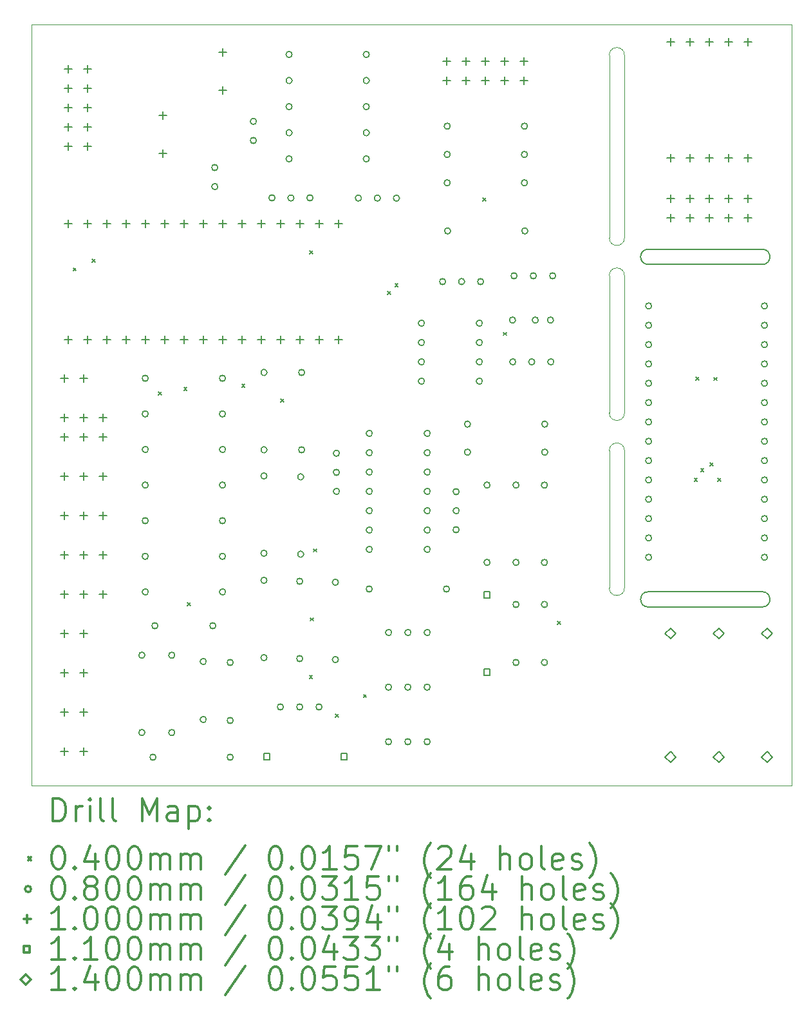
<source format=gbr>
%FSLAX45Y45*%
G04 Gerber Fmt 4.5, Leading zero omitted, Abs format (unit mm)*
G04 Created by KiCad (PCBNEW (5.1.10)-1) date 2022-09-29 16:57:20*
%MOMM*%
%LPD*%
G01*
G04 APERTURE LIST*
%TA.AperFunction,Profile*%
%ADD10C,0.150000*%
%TD*%
%TA.AperFunction,Profile*%
%ADD11C,0.050000*%
%TD*%
%ADD12C,0.200000*%
%ADD13C,0.300000*%
G04 APERTURE END LIST*
D10*
X18215710Y-12252540D02*
X19715710Y-12252540D01*
X18215710Y-12252540D02*
G75*
G02*
X18215710Y-12052540I0J100000D01*
G01*
X19715710Y-12052540D02*
X18215710Y-12052540D01*
X19715710Y-12052540D02*
G75*
G02*
X19715710Y-12252540I0J-100000D01*
G01*
X18215710Y-7752540D02*
X19715710Y-7752540D01*
X19715710Y-7552540D02*
X18215710Y-7552540D01*
X18215710Y-7752540D02*
G75*
G02*
X18215710Y-7552540I0J100000D01*
G01*
X19715710Y-7552540D02*
G75*
G02*
X19715710Y-7752540I0J-100000D01*
G01*
D11*
X17903010Y-12002540D02*
G75*
G02*
X17703010Y-12002540I-100000J0D01*
G01*
X17702976Y-10198198D02*
X17703010Y-12002540D01*
X17902976Y-10198198D02*
X17903010Y-12002540D01*
X17702976Y-10198198D02*
G75*
G02*
X17902976Y-10198198I100000J0D01*
G01*
X17702976Y-7898198D02*
G75*
G02*
X17902976Y-7898198I100000J0D01*
G01*
X17902976Y-7898198D02*
X17903010Y-9702540D01*
X17702976Y-7898198D02*
X17703010Y-9702540D01*
X17903010Y-9702540D02*
G75*
G02*
X17703010Y-9702540I-100000J0D01*
G01*
X17903010Y-7402540D02*
G75*
G02*
X17703010Y-7402540I-100000J0D01*
G01*
X17702976Y-5002540D02*
X17703010Y-7402540D01*
X17903010Y-5002540D02*
X17903010Y-7402540D01*
X17702976Y-5002540D02*
G75*
G02*
X17902976Y-5002540I100000J0D01*
G01*
X10100310Y-14599940D02*
X10100310Y-4599940D01*
X20100310Y-14599940D02*
X10100310Y-14599940D01*
X20100310Y-4599940D02*
X20100310Y-14599940D01*
X10100310Y-4599940D02*
X20100310Y-4599940D01*
D12*
X10651810Y-7798120D02*
X10691810Y-7838120D01*
X10691810Y-7798120D02*
X10651810Y-7838120D01*
X10900730Y-7681280D02*
X10940730Y-7721280D01*
X10940730Y-7681280D02*
X10900730Y-7721280D01*
X11774490Y-9426260D02*
X11814490Y-9466260D01*
X11814490Y-9426260D02*
X11774490Y-9466260D01*
X12107230Y-9370380D02*
X12147230Y-9410380D01*
X12147230Y-9370380D02*
X12107230Y-9410380D01*
X12155490Y-12197400D02*
X12195490Y-12237400D01*
X12195490Y-12197400D02*
X12155490Y-12237400D01*
X12869230Y-9327200D02*
X12909230Y-9367200D01*
X12909230Y-9327200D02*
X12869230Y-9367200D01*
X13382310Y-9520240D02*
X13422310Y-9560240D01*
X13422310Y-9520240D02*
X13382310Y-9560240D01*
X13758230Y-13152440D02*
X13798230Y-13192440D01*
X13798230Y-13152440D02*
X13758230Y-13192440D01*
X13760770Y-7572060D02*
X13800770Y-7612060D01*
X13800770Y-7572060D02*
X13760770Y-7612060D01*
X13773470Y-12395520D02*
X13813470Y-12435520D01*
X13813470Y-12395520D02*
X13773470Y-12435520D01*
X13811570Y-11488740D02*
X13851570Y-11528740D01*
X13851570Y-11488740D02*
X13811570Y-11528740D01*
X14103670Y-13660440D02*
X14143670Y-13700440D01*
X14143670Y-13660440D02*
X14103670Y-13700440D01*
X14469430Y-13401360D02*
X14509430Y-13441360D01*
X14509430Y-13401360D02*
X14469430Y-13441360D01*
X14786930Y-8108000D02*
X14826930Y-8148000D01*
X14826930Y-8108000D02*
X14786930Y-8148000D01*
X14883450Y-8006400D02*
X14923450Y-8046400D01*
X14923450Y-8006400D02*
X14883450Y-8046400D01*
X16039150Y-6876100D02*
X16079150Y-6916100D01*
X16079150Y-6876100D02*
X16039150Y-6916100D01*
X16313470Y-8643940D02*
X16353470Y-8683940D01*
X16353470Y-8643940D02*
X16313470Y-8683940D01*
X17022130Y-12443780D02*
X17062130Y-12483780D01*
X17062130Y-12443780D02*
X17022130Y-12483780D01*
X18820450Y-10564180D02*
X18860450Y-10604180D01*
X18860450Y-10564180D02*
X18820450Y-10604180D01*
X18843310Y-9233220D02*
X18883310Y-9273220D01*
X18883310Y-9233220D02*
X18843310Y-9273220D01*
X18906810Y-10437180D02*
X18946810Y-10477180D01*
X18946810Y-10437180D02*
X18906810Y-10477180D01*
X19031270Y-10355900D02*
X19071270Y-10395900D01*
X19071270Y-10355900D02*
X19031270Y-10395900D01*
X19076990Y-9235760D02*
X19116990Y-9275760D01*
X19116990Y-9235760D02*
X19076990Y-9275760D01*
X19127790Y-10564180D02*
X19167790Y-10604180D01*
X19167790Y-10564180D02*
X19127790Y-10604180D01*
X11594460Y-12886690D02*
G75*
G03*
X11594460Y-12886690I-40000J0D01*
G01*
X11594460Y-13902690D02*
G75*
G03*
X11594460Y-13902690I-40000J0D01*
G01*
X11638910Y-9248140D02*
G75*
G03*
X11638910Y-9248140I-40000J0D01*
G01*
X11638910Y-9715923D02*
G75*
G03*
X11638910Y-9715923I-40000J0D01*
G01*
X11638910Y-10183707D02*
G75*
G03*
X11638910Y-10183707I-40000J0D01*
G01*
X11638910Y-10651490D02*
G75*
G03*
X11638910Y-10651490I-40000J0D01*
G01*
X11638910Y-11119273D02*
G75*
G03*
X11638910Y-11119273I-40000J0D01*
G01*
X11638910Y-11587056D02*
G75*
G03*
X11638910Y-11587056I-40000J0D01*
G01*
X11638910Y-12054840D02*
G75*
G03*
X11638910Y-12054840I-40000J0D01*
G01*
X11740510Y-14226540D02*
G75*
G03*
X11740510Y-14226540I-40000J0D01*
G01*
X11765910Y-12499340D02*
G75*
G03*
X11765910Y-12499340I-40000J0D01*
G01*
X11988160Y-12886690D02*
G75*
G03*
X11988160Y-12886690I-40000J0D01*
G01*
X11988160Y-13902690D02*
G75*
G03*
X11988160Y-13902690I-40000J0D01*
G01*
X12400910Y-12969240D02*
G75*
G03*
X12400910Y-12969240I-40000J0D01*
G01*
X12400910Y-13731240D02*
G75*
G03*
X12400910Y-13731240I-40000J0D01*
G01*
X12527910Y-12499340D02*
G75*
G03*
X12527910Y-12499340I-40000J0D01*
G01*
X12553310Y-6479540D02*
G75*
G03*
X12553310Y-6479540I-40000J0D01*
G01*
X12553310Y-6729540D02*
G75*
G03*
X12553310Y-6729540I-40000J0D01*
G01*
X12654910Y-9248140D02*
G75*
G03*
X12654910Y-9248140I-40000J0D01*
G01*
X12654910Y-9715923D02*
G75*
G03*
X12654910Y-9715923I-40000J0D01*
G01*
X12654910Y-10183707D02*
G75*
G03*
X12654910Y-10183707I-40000J0D01*
G01*
X12654910Y-10651490D02*
G75*
G03*
X12654910Y-10651490I-40000J0D01*
G01*
X12654910Y-11119273D02*
G75*
G03*
X12654910Y-11119273I-40000J0D01*
G01*
X12654910Y-11587056D02*
G75*
G03*
X12654910Y-11587056I-40000J0D01*
G01*
X12654910Y-12054840D02*
G75*
G03*
X12654910Y-12054840I-40000J0D01*
G01*
X12756510Y-12981940D02*
G75*
G03*
X12756510Y-12981940I-40000J0D01*
G01*
X12756510Y-13743940D02*
G75*
G03*
X12756510Y-13743940I-40000J0D01*
G01*
X12756510Y-14226540D02*
G75*
G03*
X12756510Y-14226540I-40000J0D01*
G01*
X13061310Y-5873940D02*
G75*
G03*
X13061310Y-5873940I-40000J0D01*
G01*
X13061310Y-6123940D02*
G75*
G03*
X13061310Y-6123940I-40000J0D01*
G01*
X13201010Y-9171940D02*
G75*
G03*
X13201010Y-9171940I-40000J0D01*
G01*
X13201010Y-10187940D02*
G75*
G03*
X13201010Y-10187940I-40000J0D01*
G01*
X13201010Y-10530840D02*
G75*
G03*
X13201010Y-10530840I-40000J0D01*
G01*
X13201010Y-11546840D02*
G75*
G03*
X13201010Y-11546840I-40000J0D01*
G01*
X13201010Y-11902440D02*
G75*
G03*
X13201010Y-11902440I-40000J0D01*
G01*
X13201010Y-12918440D02*
G75*
G03*
X13201010Y-12918440I-40000J0D01*
G01*
X13305530Y-6878320D02*
G75*
G03*
X13305530Y-6878320I-40000J0D01*
G01*
X13416910Y-13566140D02*
G75*
G03*
X13416910Y-13566140I-40000J0D01*
G01*
X13531210Y-4993640D02*
G75*
G03*
X13531210Y-4993640I-40000J0D01*
G01*
X13531210Y-5336540D02*
G75*
G03*
X13531210Y-5336540I-40000J0D01*
G01*
X13531210Y-5679440D02*
G75*
G03*
X13531210Y-5679440I-40000J0D01*
G01*
X13531210Y-6022340D02*
G75*
G03*
X13531210Y-6022340I-40000J0D01*
G01*
X13531210Y-6365240D02*
G75*
G03*
X13531210Y-6365240I-40000J0D01*
G01*
X13555530Y-6878320D02*
G75*
G03*
X13555530Y-6878320I-40000J0D01*
G01*
X13670910Y-11915140D02*
G75*
G03*
X13670910Y-11915140I-40000J0D01*
G01*
X13670910Y-12931140D02*
G75*
G03*
X13670910Y-12931140I-40000J0D01*
G01*
X13670910Y-13566140D02*
G75*
G03*
X13670910Y-13566140I-40000J0D01*
G01*
X13683610Y-10543540D02*
G75*
G03*
X13683610Y-10543540I-40000J0D01*
G01*
X13683610Y-11559540D02*
G75*
G03*
X13683610Y-11559540I-40000J0D01*
G01*
X13696310Y-9171940D02*
G75*
G03*
X13696310Y-9171940I-40000J0D01*
G01*
X13696310Y-10187940D02*
G75*
G03*
X13696310Y-10187940I-40000J0D01*
G01*
X13805530Y-6878320D02*
G75*
G03*
X13805530Y-6878320I-40000J0D01*
G01*
X13924910Y-13566140D02*
G75*
G03*
X13924910Y-13566140I-40000J0D01*
G01*
X14140810Y-11927840D02*
G75*
G03*
X14140810Y-11927840I-40000J0D01*
G01*
X14140810Y-12943840D02*
G75*
G03*
X14140810Y-12943840I-40000J0D01*
G01*
X14153510Y-10234040D02*
G75*
G03*
X14153510Y-10234040I-40000J0D01*
G01*
X14153510Y-10484040D02*
G75*
G03*
X14153510Y-10484040I-40000J0D01*
G01*
X14153510Y-10734040D02*
G75*
G03*
X14153510Y-10734040I-40000J0D01*
G01*
X14443070Y-6880860D02*
G75*
G03*
X14443070Y-6880860I-40000J0D01*
G01*
X14547210Y-4993640D02*
G75*
G03*
X14547210Y-4993640I-40000J0D01*
G01*
X14547210Y-5336540D02*
G75*
G03*
X14547210Y-5336540I-40000J0D01*
G01*
X14547210Y-5679440D02*
G75*
G03*
X14547210Y-5679440I-40000J0D01*
G01*
X14547210Y-6022340D02*
G75*
G03*
X14547210Y-6022340I-40000J0D01*
G01*
X14547210Y-6365240D02*
G75*
G03*
X14547210Y-6365240I-40000J0D01*
G01*
X14585310Y-9972040D02*
G75*
G03*
X14585310Y-9972040I-40000J0D01*
G01*
X14585310Y-10226040D02*
G75*
G03*
X14585310Y-10226040I-40000J0D01*
G01*
X14585310Y-10480040D02*
G75*
G03*
X14585310Y-10480040I-40000J0D01*
G01*
X14585310Y-10734040D02*
G75*
G03*
X14585310Y-10734040I-40000J0D01*
G01*
X14585310Y-10988040D02*
G75*
G03*
X14585310Y-10988040I-40000J0D01*
G01*
X14585310Y-11242040D02*
G75*
G03*
X14585310Y-11242040I-40000J0D01*
G01*
X14585310Y-11496040D02*
G75*
G03*
X14585310Y-11496040I-40000J0D01*
G01*
X14585310Y-12016740D02*
G75*
G03*
X14585310Y-12016740I-40000J0D01*
G01*
X14693070Y-6880860D02*
G75*
G03*
X14693070Y-6880860I-40000J0D01*
G01*
X14839310Y-12588240D02*
G75*
G03*
X14839310Y-12588240I-40000J0D01*
G01*
X14839310Y-13305790D02*
G75*
G03*
X14839310Y-13305790I-40000J0D01*
G01*
X14839310Y-14023340D02*
G75*
G03*
X14839310Y-14023340I-40000J0D01*
G01*
X14943070Y-6880860D02*
G75*
G03*
X14943070Y-6880860I-40000J0D01*
G01*
X15093310Y-12588240D02*
G75*
G03*
X15093310Y-12588240I-40000J0D01*
G01*
X15093310Y-13305790D02*
G75*
G03*
X15093310Y-13305790I-40000J0D01*
G01*
X15093310Y-14023340D02*
G75*
G03*
X15093310Y-14023340I-40000J0D01*
G01*
X15271110Y-8524240D02*
G75*
G03*
X15271110Y-8524240I-40000J0D01*
G01*
X15271110Y-8778240D02*
G75*
G03*
X15271110Y-8778240I-40000J0D01*
G01*
X15271110Y-9032240D02*
G75*
G03*
X15271110Y-9032240I-40000J0D01*
G01*
X15271110Y-9286240D02*
G75*
G03*
X15271110Y-9286240I-40000J0D01*
G01*
X15347310Y-9972040D02*
G75*
G03*
X15347310Y-9972040I-40000J0D01*
G01*
X15347310Y-10226040D02*
G75*
G03*
X15347310Y-10226040I-40000J0D01*
G01*
X15347310Y-10480040D02*
G75*
G03*
X15347310Y-10480040I-40000J0D01*
G01*
X15347310Y-10734040D02*
G75*
G03*
X15347310Y-10734040I-40000J0D01*
G01*
X15347310Y-10988040D02*
G75*
G03*
X15347310Y-10988040I-40000J0D01*
G01*
X15347310Y-11242040D02*
G75*
G03*
X15347310Y-11242040I-40000J0D01*
G01*
X15347310Y-11496040D02*
G75*
G03*
X15347310Y-11496040I-40000J0D01*
G01*
X15347310Y-12588240D02*
G75*
G03*
X15347310Y-12588240I-40000J0D01*
G01*
X15347310Y-13305790D02*
G75*
G03*
X15347310Y-13305790I-40000J0D01*
G01*
X15347310Y-14023340D02*
G75*
G03*
X15347310Y-14023340I-40000J0D01*
G01*
X15550510Y-7978140D02*
G75*
G03*
X15550510Y-7978140I-40000J0D01*
G01*
X15601310Y-12016740D02*
G75*
G03*
X15601310Y-12016740I-40000J0D01*
G01*
X15611470Y-5935980D02*
G75*
G03*
X15611470Y-5935980I-40000J0D01*
G01*
X15611470Y-6308090D02*
G75*
G03*
X15611470Y-6308090I-40000J0D01*
G01*
X15611470Y-6680200D02*
G75*
G03*
X15611470Y-6680200I-40000J0D01*
G01*
X15616550Y-7312660D02*
G75*
G03*
X15616550Y-7312660I-40000J0D01*
G01*
X15728310Y-10738040D02*
G75*
G03*
X15728310Y-10738040I-40000J0D01*
G01*
X15728310Y-10988040D02*
G75*
G03*
X15728310Y-10988040I-40000J0D01*
G01*
X15728310Y-11238040D02*
G75*
G03*
X15728310Y-11238040I-40000J0D01*
G01*
X15800510Y-7978140D02*
G75*
G03*
X15800510Y-7978140I-40000J0D01*
G01*
X15878170Y-9850120D02*
G75*
G03*
X15878170Y-9850120I-40000J0D01*
G01*
X15878170Y-10218420D02*
G75*
G03*
X15878170Y-10218420I-40000J0D01*
G01*
X16033110Y-8524240D02*
G75*
G03*
X16033110Y-8524240I-40000J0D01*
G01*
X16033110Y-8778240D02*
G75*
G03*
X16033110Y-8778240I-40000J0D01*
G01*
X16033110Y-9032240D02*
G75*
G03*
X16033110Y-9032240I-40000J0D01*
G01*
X16033110Y-9286240D02*
G75*
G03*
X16033110Y-9286240I-40000J0D01*
G01*
X16050510Y-7978140D02*
G75*
G03*
X16050510Y-7978140I-40000J0D01*
G01*
X16134710Y-10651490D02*
G75*
G03*
X16134710Y-10651490I-40000J0D01*
G01*
X16134710Y-11667490D02*
G75*
G03*
X16134710Y-11667490I-40000J0D01*
G01*
X16469710Y-8483740D02*
G75*
G03*
X16469710Y-8483740I-40000J0D01*
G01*
X16472910Y-9032240D02*
G75*
G03*
X16472910Y-9032240I-40000J0D01*
G01*
X16490310Y-7901940D02*
G75*
G03*
X16490310Y-7901940I-40000J0D01*
G01*
X16515710Y-10651490D02*
G75*
G03*
X16515710Y-10651490I-40000J0D01*
G01*
X16515710Y-11667490D02*
G75*
G03*
X16515710Y-11667490I-40000J0D01*
G01*
X16515710Y-12219940D02*
G75*
G03*
X16515710Y-12219940I-40000J0D01*
G01*
X16515710Y-12981940D02*
G75*
G03*
X16515710Y-12981940I-40000J0D01*
G01*
X16627470Y-5935980D02*
G75*
G03*
X16627470Y-5935980I-40000J0D01*
G01*
X16627470Y-6308090D02*
G75*
G03*
X16627470Y-6308090I-40000J0D01*
G01*
X16627470Y-6680200D02*
G75*
G03*
X16627470Y-6680200I-40000J0D01*
G01*
X16632550Y-7312660D02*
G75*
G03*
X16632550Y-7312660I-40000J0D01*
G01*
X16722910Y-9032240D02*
G75*
G03*
X16722910Y-9032240I-40000J0D01*
G01*
X16744310Y-7901940D02*
G75*
G03*
X16744310Y-7901940I-40000J0D01*
G01*
X16769710Y-8483740D02*
G75*
G03*
X16769710Y-8483740I-40000J0D01*
G01*
X16890360Y-10651490D02*
G75*
G03*
X16890360Y-10651490I-40000J0D01*
G01*
X16890360Y-11667490D02*
G75*
G03*
X16890360Y-11667490I-40000J0D01*
G01*
X16890360Y-12219940D02*
G75*
G03*
X16890360Y-12219940I-40000J0D01*
G01*
X16890360Y-12981940D02*
G75*
G03*
X16890360Y-12981940I-40000J0D01*
G01*
X16894170Y-9850120D02*
G75*
G03*
X16894170Y-9850120I-40000J0D01*
G01*
X16894170Y-10218420D02*
G75*
G03*
X16894170Y-10218420I-40000J0D01*
G01*
X16969710Y-8483740D02*
G75*
G03*
X16969710Y-8483740I-40000J0D01*
G01*
X16972910Y-9032240D02*
G75*
G03*
X16972910Y-9032240I-40000J0D01*
G01*
X16998310Y-7901940D02*
G75*
G03*
X16998310Y-7901940I-40000J0D01*
G01*
X18260690Y-8298180D02*
G75*
G03*
X18260690Y-8298180I-40000J0D01*
G01*
X18260690Y-8552180D02*
G75*
G03*
X18260690Y-8552180I-40000J0D01*
G01*
X18260690Y-8806180D02*
G75*
G03*
X18260690Y-8806180I-40000J0D01*
G01*
X18260690Y-9060180D02*
G75*
G03*
X18260690Y-9060180I-40000J0D01*
G01*
X18260690Y-9314180D02*
G75*
G03*
X18260690Y-9314180I-40000J0D01*
G01*
X18260690Y-9568180D02*
G75*
G03*
X18260690Y-9568180I-40000J0D01*
G01*
X18260690Y-9822180D02*
G75*
G03*
X18260690Y-9822180I-40000J0D01*
G01*
X18260690Y-10076180D02*
G75*
G03*
X18260690Y-10076180I-40000J0D01*
G01*
X18260690Y-10330180D02*
G75*
G03*
X18260690Y-10330180I-40000J0D01*
G01*
X18260690Y-10584180D02*
G75*
G03*
X18260690Y-10584180I-40000J0D01*
G01*
X18260690Y-10838180D02*
G75*
G03*
X18260690Y-10838180I-40000J0D01*
G01*
X18260690Y-11092180D02*
G75*
G03*
X18260690Y-11092180I-40000J0D01*
G01*
X18260690Y-11346180D02*
G75*
G03*
X18260690Y-11346180I-40000J0D01*
G01*
X18260690Y-11600180D02*
G75*
G03*
X18260690Y-11600180I-40000J0D01*
G01*
X19784690Y-8298180D02*
G75*
G03*
X19784690Y-8298180I-40000J0D01*
G01*
X19784690Y-8552180D02*
G75*
G03*
X19784690Y-8552180I-40000J0D01*
G01*
X19784690Y-8806180D02*
G75*
G03*
X19784690Y-8806180I-40000J0D01*
G01*
X19784690Y-9060180D02*
G75*
G03*
X19784690Y-9060180I-40000J0D01*
G01*
X19784690Y-9314180D02*
G75*
G03*
X19784690Y-9314180I-40000J0D01*
G01*
X19784690Y-9568180D02*
G75*
G03*
X19784690Y-9568180I-40000J0D01*
G01*
X19784690Y-9822180D02*
G75*
G03*
X19784690Y-9822180I-40000J0D01*
G01*
X19784690Y-10076180D02*
G75*
G03*
X19784690Y-10076180I-40000J0D01*
G01*
X19784690Y-10330180D02*
G75*
G03*
X19784690Y-10330180I-40000J0D01*
G01*
X19784690Y-10584180D02*
G75*
G03*
X19784690Y-10584180I-40000J0D01*
G01*
X19784690Y-10838180D02*
G75*
G03*
X19784690Y-10838180I-40000J0D01*
G01*
X19784690Y-11092180D02*
G75*
G03*
X19784690Y-11092180I-40000J0D01*
G01*
X19784690Y-11346180D02*
G75*
G03*
X19784690Y-11346180I-40000J0D01*
G01*
X19784690Y-11600180D02*
G75*
G03*
X19784690Y-11600180I-40000J0D01*
G01*
X10532110Y-9198140D02*
X10532110Y-9298140D01*
X10482110Y-9248140D02*
X10582110Y-9248140D01*
X10532110Y-9715496D02*
X10532110Y-9815496D01*
X10482110Y-9765496D02*
X10582110Y-9765496D01*
X10532110Y-9969496D02*
X10532110Y-10069496D01*
X10482110Y-10019496D02*
X10582110Y-10019496D01*
X10532110Y-10485851D02*
X10532110Y-10585851D01*
X10482110Y-10535851D02*
X10582110Y-10535851D01*
X10532110Y-11002207D02*
X10532110Y-11102207D01*
X10482110Y-11052207D02*
X10582110Y-11052207D01*
X10532110Y-11518562D02*
X10532110Y-11618562D01*
X10482110Y-11568562D02*
X10582110Y-11568562D01*
X10532110Y-12034917D02*
X10532110Y-12134917D01*
X10482110Y-12084917D02*
X10582110Y-12084917D01*
X10532110Y-12551273D02*
X10532110Y-12651273D01*
X10482110Y-12601273D02*
X10582110Y-12601273D01*
X10532110Y-13067628D02*
X10532110Y-13167628D01*
X10482110Y-13117628D02*
X10582110Y-13117628D01*
X10532110Y-13583984D02*
X10532110Y-13683984D01*
X10482110Y-13633984D02*
X10582110Y-13633984D01*
X10532110Y-14100340D02*
X10532110Y-14200340D01*
X10482110Y-14150340D02*
X10582110Y-14150340D01*
X10582910Y-5134140D02*
X10582910Y-5234140D01*
X10532910Y-5184140D02*
X10632910Y-5184140D01*
X10582910Y-5388140D02*
X10582910Y-5488140D01*
X10532910Y-5438140D02*
X10632910Y-5438140D01*
X10582910Y-5642140D02*
X10582910Y-5742140D01*
X10532910Y-5692140D02*
X10632910Y-5692140D01*
X10582910Y-5896140D02*
X10582910Y-5996140D01*
X10532910Y-5946140D02*
X10632910Y-5946140D01*
X10582910Y-6150140D02*
X10582910Y-6250140D01*
X10532910Y-6200140D02*
X10632910Y-6200140D01*
X10582910Y-7166140D02*
X10582910Y-7266140D01*
X10532910Y-7216140D02*
X10632910Y-7216140D01*
X10582910Y-8690140D02*
X10582910Y-8790140D01*
X10532910Y-8740140D02*
X10632910Y-8740140D01*
X10786110Y-9198140D02*
X10786110Y-9298140D01*
X10736110Y-9248140D02*
X10836110Y-9248140D01*
X10786110Y-9715496D02*
X10786110Y-9815496D01*
X10736110Y-9765496D02*
X10836110Y-9765496D01*
X10786110Y-9969496D02*
X10786110Y-10069496D01*
X10736110Y-10019496D02*
X10836110Y-10019496D01*
X10786110Y-10485851D02*
X10786110Y-10585851D01*
X10736110Y-10535851D02*
X10836110Y-10535851D01*
X10786110Y-11002207D02*
X10786110Y-11102207D01*
X10736110Y-11052207D02*
X10836110Y-11052207D01*
X10786110Y-11518562D02*
X10786110Y-11618562D01*
X10736110Y-11568562D02*
X10836110Y-11568562D01*
X10786110Y-12034917D02*
X10786110Y-12134917D01*
X10736110Y-12084917D02*
X10836110Y-12084917D01*
X10786110Y-12551273D02*
X10786110Y-12651273D01*
X10736110Y-12601273D02*
X10836110Y-12601273D01*
X10786110Y-13067628D02*
X10786110Y-13167628D01*
X10736110Y-13117628D02*
X10836110Y-13117628D01*
X10786110Y-13583984D02*
X10786110Y-13683984D01*
X10736110Y-13633984D02*
X10836110Y-13633984D01*
X10786110Y-14100340D02*
X10786110Y-14200340D01*
X10736110Y-14150340D02*
X10836110Y-14150340D01*
X10836910Y-5134140D02*
X10836910Y-5234140D01*
X10786910Y-5184140D02*
X10886910Y-5184140D01*
X10836910Y-5388140D02*
X10836910Y-5488140D01*
X10786910Y-5438140D02*
X10886910Y-5438140D01*
X10836910Y-5642140D02*
X10836910Y-5742140D01*
X10786910Y-5692140D02*
X10886910Y-5692140D01*
X10836910Y-5896140D02*
X10836910Y-5996140D01*
X10786910Y-5946140D02*
X10886910Y-5946140D01*
X10836910Y-6150140D02*
X10836910Y-6250140D01*
X10786910Y-6200140D02*
X10886910Y-6200140D01*
X10836910Y-7166140D02*
X10836910Y-7266140D01*
X10786910Y-7216140D02*
X10886910Y-7216140D01*
X10836910Y-8690140D02*
X10836910Y-8790140D01*
X10786910Y-8740140D02*
X10886910Y-8740140D01*
X11040110Y-9715496D02*
X11040110Y-9815496D01*
X10990110Y-9765496D02*
X11090110Y-9765496D01*
X11040110Y-9969496D02*
X11040110Y-10069496D01*
X10990110Y-10019496D02*
X11090110Y-10019496D01*
X11040110Y-10485851D02*
X11040110Y-10585851D01*
X10990110Y-10535851D02*
X11090110Y-10535851D01*
X11040110Y-11002207D02*
X11040110Y-11102207D01*
X10990110Y-11052207D02*
X11090110Y-11052207D01*
X11040110Y-11518562D02*
X11040110Y-11618562D01*
X10990110Y-11568562D02*
X11090110Y-11568562D01*
X11040110Y-12034917D02*
X11040110Y-12134917D01*
X10990110Y-12084917D02*
X11090110Y-12084917D01*
X11090910Y-7166140D02*
X11090910Y-7266140D01*
X11040910Y-7216140D02*
X11140910Y-7216140D01*
X11090910Y-8690140D02*
X11090910Y-8790140D01*
X11040910Y-8740140D02*
X11140910Y-8740140D01*
X11344910Y-7166140D02*
X11344910Y-7266140D01*
X11294910Y-7216140D02*
X11394910Y-7216140D01*
X11344910Y-8690140D02*
X11344910Y-8790140D01*
X11294910Y-8740140D02*
X11394910Y-8740140D01*
X11598910Y-7166140D02*
X11598910Y-7266140D01*
X11548910Y-7216140D02*
X11648910Y-7216140D01*
X11598910Y-8690140D02*
X11598910Y-8790140D01*
X11548910Y-8740140D02*
X11648910Y-8740140D01*
X11827510Y-5743740D02*
X11827510Y-5843740D01*
X11777510Y-5793740D02*
X11877510Y-5793740D01*
X11827510Y-6243740D02*
X11827510Y-6343740D01*
X11777510Y-6293740D02*
X11877510Y-6293740D01*
X11852910Y-7166140D02*
X11852910Y-7266140D01*
X11802910Y-7216140D02*
X11902910Y-7216140D01*
X11852910Y-8690140D02*
X11852910Y-8790140D01*
X11802910Y-8740140D02*
X11902910Y-8740140D01*
X12106910Y-7166140D02*
X12106910Y-7266140D01*
X12056910Y-7216140D02*
X12156910Y-7216140D01*
X12106910Y-8690140D02*
X12106910Y-8790140D01*
X12056910Y-8740140D02*
X12156910Y-8740140D01*
X12360910Y-7166140D02*
X12360910Y-7266140D01*
X12310910Y-7216140D02*
X12410910Y-7216140D01*
X12360910Y-8690140D02*
X12360910Y-8790140D01*
X12310910Y-8740140D02*
X12410910Y-8740140D01*
X12614910Y-4913540D02*
X12614910Y-5013540D01*
X12564910Y-4963540D02*
X12664910Y-4963540D01*
X12614910Y-5413540D02*
X12614910Y-5513540D01*
X12564910Y-5463540D02*
X12664910Y-5463540D01*
X12614910Y-7166140D02*
X12614910Y-7266140D01*
X12564910Y-7216140D02*
X12664910Y-7216140D01*
X12614910Y-8690140D02*
X12614910Y-8790140D01*
X12564910Y-8740140D02*
X12664910Y-8740140D01*
X12868910Y-7166140D02*
X12868910Y-7266140D01*
X12818910Y-7216140D02*
X12918910Y-7216140D01*
X12868910Y-8690140D02*
X12868910Y-8790140D01*
X12818910Y-8740140D02*
X12918910Y-8740140D01*
X13122910Y-7166140D02*
X13122910Y-7266140D01*
X13072910Y-7216140D02*
X13172910Y-7216140D01*
X13122910Y-8690140D02*
X13122910Y-8790140D01*
X13072910Y-8740140D02*
X13172910Y-8740140D01*
X13376910Y-7166140D02*
X13376910Y-7266140D01*
X13326910Y-7216140D02*
X13426910Y-7216140D01*
X13376910Y-8690140D02*
X13376910Y-8790140D01*
X13326910Y-8740140D02*
X13426910Y-8740140D01*
X13630910Y-7166140D02*
X13630910Y-7266140D01*
X13580910Y-7216140D02*
X13680910Y-7216140D01*
X13630910Y-8690140D02*
X13630910Y-8790140D01*
X13580910Y-8740140D02*
X13680910Y-8740140D01*
X13884910Y-7166140D02*
X13884910Y-7266140D01*
X13834910Y-7216140D02*
X13934910Y-7216140D01*
X13884910Y-8690140D02*
X13884910Y-8790140D01*
X13834910Y-8740140D02*
X13934910Y-8740140D01*
X14138910Y-7166140D02*
X14138910Y-7266140D01*
X14088910Y-7216140D02*
X14188910Y-7216140D01*
X14138910Y-8690140D02*
X14138910Y-8790140D01*
X14088910Y-8740140D02*
X14188910Y-8740140D01*
X15561310Y-5032540D02*
X15561310Y-5132540D01*
X15511310Y-5082540D02*
X15611310Y-5082540D01*
X15561310Y-5286540D02*
X15561310Y-5386540D01*
X15511310Y-5336540D02*
X15611310Y-5336540D01*
X15815310Y-5032540D02*
X15815310Y-5132540D01*
X15765310Y-5082540D02*
X15865310Y-5082540D01*
X15815310Y-5286540D02*
X15815310Y-5386540D01*
X15765310Y-5336540D02*
X15865310Y-5336540D01*
X16069310Y-5032540D02*
X16069310Y-5132540D01*
X16019310Y-5082540D02*
X16119310Y-5082540D01*
X16069310Y-5286540D02*
X16069310Y-5386540D01*
X16019310Y-5336540D02*
X16119310Y-5336540D01*
X16323310Y-5032540D02*
X16323310Y-5132540D01*
X16273310Y-5082540D02*
X16373310Y-5082540D01*
X16323310Y-5286540D02*
X16323310Y-5386540D01*
X16273310Y-5336540D02*
X16373310Y-5336540D01*
X16577310Y-5032540D02*
X16577310Y-5132540D01*
X16527310Y-5082540D02*
X16627310Y-5082540D01*
X16577310Y-5286540D02*
X16577310Y-5386540D01*
X16527310Y-5336540D02*
X16627310Y-5336540D01*
X18507710Y-4778540D02*
X18507710Y-4878540D01*
X18457710Y-4828540D02*
X18557710Y-4828540D01*
X18507710Y-6302540D02*
X18507710Y-6402540D01*
X18457710Y-6352540D02*
X18557710Y-6352540D01*
X18507710Y-6835940D02*
X18507710Y-6935940D01*
X18457710Y-6885940D02*
X18557710Y-6885940D01*
X18507710Y-7089940D02*
X18507710Y-7189940D01*
X18457710Y-7139940D02*
X18557710Y-7139940D01*
X18761710Y-4778540D02*
X18761710Y-4878540D01*
X18711710Y-4828540D02*
X18811710Y-4828540D01*
X18761710Y-6302540D02*
X18761710Y-6402540D01*
X18711710Y-6352540D02*
X18811710Y-6352540D01*
X18761710Y-6835940D02*
X18761710Y-6935940D01*
X18711710Y-6885940D02*
X18811710Y-6885940D01*
X18761710Y-7089940D02*
X18761710Y-7189940D01*
X18711710Y-7139940D02*
X18811710Y-7139940D01*
X19015710Y-4778540D02*
X19015710Y-4878540D01*
X18965710Y-4828540D02*
X19065710Y-4828540D01*
X19015710Y-6302540D02*
X19015710Y-6402540D01*
X18965710Y-6352540D02*
X19065710Y-6352540D01*
X19015710Y-6835940D02*
X19015710Y-6935940D01*
X18965710Y-6885940D02*
X19065710Y-6885940D01*
X19015710Y-7089940D02*
X19015710Y-7189940D01*
X18965710Y-7139940D02*
X19065710Y-7139940D01*
X19269710Y-4778540D02*
X19269710Y-4878540D01*
X19219710Y-4828540D02*
X19319710Y-4828540D01*
X19269710Y-6302540D02*
X19269710Y-6402540D01*
X19219710Y-6352540D02*
X19319710Y-6352540D01*
X19269710Y-6835940D02*
X19269710Y-6935940D01*
X19219710Y-6885940D02*
X19319710Y-6885940D01*
X19269710Y-7089940D02*
X19269710Y-7189940D01*
X19219710Y-7139940D02*
X19319710Y-7139940D01*
X19523710Y-4778540D02*
X19523710Y-4878540D01*
X19473710Y-4828540D02*
X19573710Y-4828540D01*
X19523710Y-6302540D02*
X19523710Y-6402540D01*
X19473710Y-6352540D02*
X19573710Y-6352540D01*
X19523710Y-6835940D02*
X19523710Y-6935940D01*
X19473710Y-6885940D02*
X19573710Y-6885940D01*
X19523710Y-7089940D02*
X19523710Y-7189940D01*
X19473710Y-7139940D02*
X19573710Y-7139940D01*
X13238001Y-14257811D02*
X13238001Y-14180029D01*
X13160219Y-14180029D01*
X13160219Y-14257811D01*
X13238001Y-14257811D01*
X14254001Y-14257811D02*
X14254001Y-14180029D01*
X14176219Y-14180029D01*
X14176219Y-14257811D01*
X14254001Y-14257811D01*
X16133601Y-12131831D02*
X16133601Y-12054049D01*
X16055819Y-12054049D01*
X16055819Y-12131831D01*
X16133601Y-12131831D01*
X16133601Y-13147831D02*
X16133601Y-13070049D01*
X16055819Y-13070049D01*
X16055819Y-13147831D01*
X16133601Y-13147831D01*
X18507710Y-12670940D02*
X18577710Y-12600940D01*
X18507710Y-12530940D01*
X18437710Y-12600940D01*
X18507710Y-12670940D01*
X18507710Y-14293940D02*
X18577710Y-14223940D01*
X18507710Y-14153940D01*
X18437710Y-14223940D01*
X18507710Y-14293940D01*
X19142710Y-12670940D02*
X19212710Y-12600940D01*
X19142710Y-12530940D01*
X19072710Y-12600940D01*
X19142710Y-12670940D01*
X19142710Y-14293940D02*
X19212710Y-14223940D01*
X19142710Y-14153940D01*
X19072710Y-14223940D01*
X19142710Y-14293940D01*
X19777710Y-12670940D02*
X19847710Y-12600940D01*
X19777710Y-12530940D01*
X19707710Y-12600940D01*
X19777710Y-12670940D01*
X19777710Y-14293940D02*
X19847710Y-14223940D01*
X19777710Y-14153940D01*
X19707710Y-14223940D01*
X19777710Y-14293940D01*
D13*
X10384238Y-15068154D02*
X10384238Y-14768154D01*
X10455667Y-14768154D01*
X10498524Y-14782440D01*
X10527096Y-14811011D01*
X10541381Y-14839583D01*
X10555667Y-14896726D01*
X10555667Y-14939583D01*
X10541381Y-14996726D01*
X10527096Y-15025297D01*
X10498524Y-15053869D01*
X10455667Y-15068154D01*
X10384238Y-15068154D01*
X10684238Y-15068154D02*
X10684238Y-14868154D01*
X10684238Y-14925297D02*
X10698524Y-14896726D01*
X10712810Y-14882440D01*
X10741381Y-14868154D01*
X10769953Y-14868154D01*
X10869953Y-15068154D02*
X10869953Y-14868154D01*
X10869953Y-14768154D02*
X10855667Y-14782440D01*
X10869953Y-14796726D01*
X10884238Y-14782440D01*
X10869953Y-14768154D01*
X10869953Y-14796726D01*
X11055667Y-15068154D02*
X11027096Y-15053869D01*
X11012810Y-15025297D01*
X11012810Y-14768154D01*
X11212810Y-15068154D02*
X11184238Y-15053869D01*
X11169953Y-15025297D01*
X11169953Y-14768154D01*
X11555667Y-15068154D02*
X11555667Y-14768154D01*
X11655667Y-14982440D01*
X11755667Y-14768154D01*
X11755667Y-15068154D01*
X12027096Y-15068154D02*
X12027096Y-14911011D01*
X12012810Y-14882440D01*
X11984238Y-14868154D01*
X11927096Y-14868154D01*
X11898524Y-14882440D01*
X12027096Y-15053869D02*
X11998524Y-15068154D01*
X11927096Y-15068154D01*
X11898524Y-15053869D01*
X11884238Y-15025297D01*
X11884238Y-14996726D01*
X11898524Y-14968154D01*
X11927096Y-14953869D01*
X11998524Y-14953869D01*
X12027096Y-14939583D01*
X12169953Y-14868154D02*
X12169953Y-15168154D01*
X12169953Y-14882440D02*
X12198524Y-14868154D01*
X12255667Y-14868154D01*
X12284238Y-14882440D01*
X12298524Y-14896726D01*
X12312810Y-14925297D01*
X12312810Y-15011011D01*
X12298524Y-15039583D01*
X12284238Y-15053869D01*
X12255667Y-15068154D01*
X12198524Y-15068154D01*
X12169953Y-15053869D01*
X12441381Y-15039583D02*
X12455667Y-15053869D01*
X12441381Y-15068154D01*
X12427096Y-15053869D01*
X12441381Y-15039583D01*
X12441381Y-15068154D01*
X12441381Y-14882440D02*
X12455667Y-14896726D01*
X12441381Y-14911011D01*
X12427096Y-14896726D01*
X12441381Y-14882440D01*
X12441381Y-14911011D01*
X10057810Y-15542440D02*
X10097810Y-15582440D01*
X10097810Y-15542440D02*
X10057810Y-15582440D01*
X10441381Y-15398154D02*
X10469953Y-15398154D01*
X10498524Y-15412440D01*
X10512810Y-15426726D01*
X10527096Y-15455297D01*
X10541381Y-15512440D01*
X10541381Y-15583869D01*
X10527096Y-15641011D01*
X10512810Y-15669583D01*
X10498524Y-15683869D01*
X10469953Y-15698154D01*
X10441381Y-15698154D01*
X10412810Y-15683869D01*
X10398524Y-15669583D01*
X10384238Y-15641011D01*
X10369953Y-15583869D01*
X10369953Y-15512440D01*
X10384238Y-15455297D01*
X10398524Y-15426726D01*
X10412810Y-15412440D01*
X10441381Y-15398154D01*
X10669953Y-15669583D02*
X10684238Y-15683869D01*
X10669953Y-15698154D01*
X10655667Y-15683869D01*
X10669953Y-15669583D01*
X10669953Y-15698154D01*
X10941381Y-15498154D02*
X10941381Y-15698154D01*
X10869953Y-15383869D02*
X10798524Y-15598154D01*
X10984238Y-15598154D01*
X11155667Y-15398154D02*
X11184238Y-15398154D01*
X11212810Y-15412440D01*
X11227096Y-15426726D01*
X11241381Y-15455297D01*
X11255667Y-15512440D01*
X11255667Y-15583869D01*
X11241381Y-15641011D01*
X11227096Y-15669583D01*
X11212810Y-15683869D01*
X11184238Y-15698154D01*
X11155667Y-15698154D01*
X11127096Y-15683869D01*
X11112810Y-15669583D01*
X11098524Y-15641011D01*
X11084238Y-15583869D01*
X11084238Y-15512440D01*
X11098524Y-15455297D01*
X11112810Y-15426726D01*
X11127096Y-15412440D01*
X11155667Y-15398154D01*
X11441381Y-15398154D02*
X11469953Y-15398154D01*
X11498524Y-15412440D01*
X11512810Y-15426726D01*
X11527096Y-15455297D01*
X11541381Y-15512440D01*
X11541381Y-15583869D01*
X11527096Y-15641011D01*
X11512810Y-15669583D01*
X11498524Y-15683869D01*
X11469953Y-15698154D01*
X11441381Y-15698154D01*
X11412810Y-15683869D01*
X11398524Y-15669583D01*
X11384238Y-15641011D01*
X11369953Y-15583869D01*
X11369953Y-15512440D01*
X11384238Y-15455297D01*
X11398524Y-15426726D01*
X11412810Y-15412440D01*
X11441381Y-15398154D01*
X11669953Y-15698154D02*
X11669953Y-15498154D01*
X11669953Y-15526726D02*
X11684238Y-15512440D01*
X11712810Y-15498154D01*
X11755667Y-15498154D01*
X11784238Y-15512440D01*
X11798524Y-15541011D01*
X11798524Y-15698154D01*
X11798524Y-15541011D02*
X11812810Y-15512440D01*
X11841381Y-15498154D01*
X11884238Y-15498154D01*
X11912810Y-15512440D01*
X11927096Y-15541011D01*
X11927096Y-15698154D01*
X12069953Y-15698154D02*
X12069953Y-15498154D01*
X12069953Y-15526726D02*
X12084238Y-15512440D01*
X12112810Y-15498154D01*
X12155667Y-15498154D01*
X12184238Y-15512440D01*
X12198524Y-15541011D01*
X12198524Y-15698154D01*
X12198524Y-15541011D02*
X12212810Y-15512440D01*
X12241381Y-15498154D01*
X12284238Y-15498154D01*
X12312810Y-15512440D01*
X12327096Y-15541011D01*
X12327096Y-15698154D01*
X12912810Y-15383869D02*
X12655667Y-15769583D01*
X13298524Y-15398154D02*
X13327096Y-15398154D01*
X13355667Y-15412440D01*
X13369953Y-15426726D01*
X13384238Y-15455297D01*
X13398524Y-15512440D01*
X13398524Y-15583869D01*
X13384238Y-15641011D01*
X13369953Y-15669583D01*
X13355667Y-15683869D01*
X13327096Y-15698154D01*
X13298524Y-15698154D01*
X13269953Y-15683869D01*
X13255667Y-15669583D01*
X13241381Y-15641011D01*
X13227096Y-15583869D01*
X13227096Y-15512440D01*
X13241381Y-15455297D01*
X13255667Y-15426726D01*
X13269953Y-15412440D01*
X13298524Y-15398154D01*
X13527096Y-15669583D02*
X13541381Y-15683869D01*
X13527096Y-15698154D01*
X13512810Y-15683869D01*
X13527096Y-15669583D01*
X13527096Y-15698154D01*
X13727096Y-15398154D02*
X13755667Y-15398154D01*
X13784238Y-15412440D01*
X13798524Y-15426726D01*
X13812810Y-15455297D01*
X13827096Y-15512440D01*
X13827096Y-15583869D01*
X13812810Y-15641011D01*
X13798524Y-15669583D01*
X13784238Y-15683869D01*
X13755667Y-15698154D01*
X13727096Y-15698154D01*
X13698524Y-15683869D01*
X13684238Y-15669583D01*
X13669953Y-15641011D01*
X13655667Y-15583869D01*
X13655667Y-15512440D01*
X13669953Y-15455297D01*
X13684238Y-15426726D01*
X13698524Y-15412440D01*
X13727096Y-15398154D01*
X14112810Y-15698154D02*
X13941381Y-15698154D01*
X14027096Y-15698154D02*
X14027096Y-15398154D01*
X13998524Y-15441011D01*
X13969953Y-15469583D01*
X13941381Y-15483869D01*
X14384238Y-15398154D02*
X14241381Y-15398154D01*
X14227096Y-15541011D01*
X14241381Y-15526726D01*
X14269953Y-15512440D01*
X14341381Y-15512440D01*
X14369953Y-15526726D01*
X14384238Y-15541011D01*
X14398524Y-15569583D01*
X14398524Y-15641011D01*
X14384238Y-15669583D01*
X14369953Y-15683869D01*
X14341381Y-15698154D01*
X14269953Y-15698154D01*
X14241381Y-15683869D01*
X14227096Y-15669583D01*
X14498524Y-15398154D02*
X14698524Y-15398154D01*
X14569953Y-15698154D01*
X14798524Y-15398154D02*
X14798524Y-15455297D01*
X14912810Y-15398154D02*
X14912810Y-15455297D01*
X15355667Y-15812440D02*
X15341381Y-15798154D01*
X15312810Y-15755297D01*
X15298524Y-15726726D01*
X15284238Y-15683869D01*
X15269953Y-15612440D01*
X15269953Y-15555297D01*
X15284238Y-15483869D01*
X15298524Y-15441011D01*
X15312810Y-15412440D01*
X15341381Y-15369583D01*
X15355667Y-15355297D01*
X15455667Y-15426726D02*
X15469953Y-15412440D01*
X15498524Y-15398154D01*
X15569953Y-15398154D01*
X15598524Y-15412440D01*
X15612810Y-15426726D01*
X15627096Y-15455297D01*
X15627096Y-15483869D01*
X15612810Y-15526726D01*
X15441381Y-15698154D01*
X15627096Y-15698154D01*
X15884238Y-15498154D02*
X15884238Y-15698154D01*
X15812810Y-15383869D02*
X15741381Y-15598154D01*
X15927096Y-15598154D01*
X16269953Y-15698154D02*
X16269953Y-15398154D01*
X16398524Y-15698154D02*
X16398524Y-15541011D01*
X16384238Y-15512440D01*
X16355667Y-15498154D01*
X16312810Y-15498154D01*
X16284238Y-15512440D01*
X16269953Y-15526726D01*
X16584238Y-15698154D02*
X16555667Y-15683869D01*
X16541381Y-15669583D01*
X16527096Y-15641011D01*
X16527096Y-15555297D01*
X16541381Y-15526726D01*
X16555667Y-15512440D01*
X16584238Y-15498154D01*
X16627096Y-15498154D01*
X16655667Y-15512440D01*
X16669953Y-15526726D01*
X16684238Y-15555297D01*
X16684238Y-15641011D01*
X16669953Y-15669583D01*
X16655667Y-15683869D01*
X16627096Y-15698154D01*
X16584238Y-15698154D01*
X16855667Y-15698154D02*
X16827096Y-15683869D01*
X16812810Y-15655297D01*
X16812810Y-15398154D01*
X17084238Y-15683869D02*
X17055667Y-15698154D01*
X16998524Y-15698154D01*
X16969953Y-15683869D01*
X16955667Y-15655297D01*
X16955667Y-15541011D01*
X16969953Y-15512440D01*
X16998524Y-15498154D01*
X17055667Y-15498154D01*
X17084238Y-15512440D01*
X17098524Y-15541011D01*
X17098524Y-15569583D01*
X16955667Y-15598154D01*
X17212810Y-15683869D02*
X17241381Y-15698154D01*
X17298524Y-15698154D01*
X17327096Y-15683869D01*
X17341381Y-15655297D01*
X17341381Y-15641011D01*
X17327096Y-15612440D01*
X17298524Y-15598154D01*
X17255667Y-15598154D01*
X17227096Y-15583869D01*
X17212810Y-15555297D01*
X17212810Y-15541011D01*
X17227096Y-15512440D01*
X17255667Y-15498154D01*
X17298524Y-15498154D01*
X17327096Y-15512440D01*
X17441381Y-15812440D02*
X17455667Y-15798154D01*
X17484238Y-15755297D01*
X17498524Y-15726726D01*
X17512810Y-15683869D01*
X17527096Y-15612440D01*
X17527096Y-15555297D01*
X17512810Y-15483869D01*
X17498524Y-15441011D01*
X17484238Y-15412440D01*
X17455667Y-15369583D01*
X17441381Y-15355297D01*
X10097810Y-15958440D02*
G75*
G03*
X10097810Y-15958440I-40000J0D01*
G01*
X10441381Y-15794154D02*
X10469953Y-15794154D01*
X10498524Y-15808440D01*
X10512810Y-15822726D01*
X10527096Y-15851297D01*
X10541381Y-15908440D01*
X10541381Y-15979869D01*
X10527096Y-16037011D01*
X10512810Y-16065583D01*
X10498524Y-16079869D01*
X10469953Y-16094154D01*
X10441381Y-16094154D01*
X10412810Y-16079869D01*
X10398524Y-16065583D01*
X10384238Y-16037011D01*
X10369953Y-15979869D01*
X10369953Y-15908440D01*
X10384238Y-15851297D01*
X10398524Y-15822726D01*
X10412810Y-15808440D01*
X10441381Y-15794154D01*
X10669953Y-16065583D02*
X10684238Y-16079869D01*
X10669953Y-16094154D01*
X10655667Y-16079869D01*
X10669953Y-16065583D01*
X10669953Y-16094154D01*
X10855667Y-15922726D02*
X10827096Y-15908440D01*
X10812810Y-15894154D01*
X10798524Y-15865583D01*
X10798524Y-15851297D01*
X10812810Y-15822726D01*
X10827096Y-15808440D01*
X10855667Y-15794154D01*
X10912810Y-15794154D01*
X10941381Y-15808440D01*
X10955667Y-15822726D01*
X10969953Y-15851297D01*
X10969953Y-15865583D01*
X10955667Y-15894154D01*
X10941381Y-15908440D01*
X10912810Y-15922726D01*
X10855667Y-15922726D01*
X10827096Y-15937011D01*
X10812810Y-15951297D01*
X10798524Y-15979869D01*
X10798524Y-16037011D01*
X10812810Y-16065583D01*
X10827096Y-16079869D01*
X10855667Y-16094154D01*
X10912810Y-16094154D01*
X10941381Y-16079869D01*
X10955667Y-16065583D01*
X10969953Y-16037011D01*
X10969953Y-15979869D01*
X10955667Y-15951297D01*
X10941381Y-15937011D01*
X10912810Y-15922726D01*
X11155667Y-15794154D02*
X11184238Y-15794154D01*
X11212810Y-15808440D01*
X11227096Y-15822726D01*
X11241381Y-15851297D01*
X11255667Y-15908440D01*
X11255667Y-15979869D01*
X11241381Y-16037011D01*
X11227096Y-16065583D01*
X11212810Y-16079869D01*
X11184238Y-16094154D01*
X11155667Y-16094154D01*
X11127096Y-16079869D01*
X11112810Y-16065583D01*
X11098524Y-16037011D01*
X11084238Y-15979869D01*
X11084238Y-15908440D01*
X11098524Y-15851297D01*
X11112810Y-15822726D01*
X11127096Y-15808440D01*
X11155667Y-15794154D01*
X11441381Y-15794154D02*
X11469953Y-15794154D01*
X11498524Y-15808440D01*
X11512810Y-15822726D01*
X11527096Y-15851297D01*
X11541381Y-15908440D01*
X11541381Y-15979869D01*
X11527096Y-16037011D01*
X11512810Y-16065583D01*
X11498524Y-16079869D01*
X11469953Y-16094154D01*
X11441381Y-16094154D01*
X11412810Y-16079869D01*
X11398524Y-16065583D01*
X11384238Y-16037011D01*
X11369953Y-15979869D01*
X11369953Y-15908440D01*
X11384238Y-15851297D01*
X11398524Y-15822726D01*
X11412810Y-15808440D01*
X11441381Y-15794154D01*
X11669953Y-16094154D02*
X11669953Y-15894154D01*
X11669953Y-15922726D02*
X11684238Y-15908440D01*
X11712810Y-15894154D01*
X11755667Y-15894154D01*
X11784238Y-15908440D01*
X11798524Y-15937011D01*
X11798524Y-16094154D01*
X11798524Y-15937011D02*
X11812810Y-15908440D01*
X11841381Y-15894154D01*
X11884238Y-15894154D01*
X11912810Y-15908440D01*
X11927096Y-15937011D01*
X11927096Y-16094154D01*
X12069953Y-16094154D02*
X12069953Y-15894154D01*
X12069953Y-15922726D02*
X12084238Y-15908440D01*
X12112810Y-15894154D01*
X12155667Y-15894154D01*
X12184238Y-15908440D01*
X12198524Y-15937011D01*
X12198524Y-16094154D01*
X12198524Y-15937011D02*
X12212810Y-15908440D01*
X12241381Y-15894154D01*
X12284238Y-15894154D01*
X12312810Y-15908440D01*
X12327096Y-15937011D01*
X12327096Y-16094154D01*
X12912810Y-15779869D02*
X12655667Y-16165583D01*
X13298524Y-15794154D02*
X13327096Y-15794154D01*
X13355667Y-15808440D01*
X13369953Y-15822726D01*
X13384238Y-15851297D01*
X13398524Y-15908440D01*
X13398524Y-15979869D01*
X13384238Y-16037011D01*
X13369953Y-16065583D01*
X13355667Y-16079869D01*
X13327096Y-16094154D01*
X13298524Y-16094154D01*
X13269953Y-16079869D01*
X13255667Y-16065583D01*
X13241381Y-16037011D01*
X13227096Y-15979869D01*
X13227096Y-15908440D01*
X13241381Y-15851297D01*
X13255667Y-15822726D01*
X13269953Y-15808440D01*
X13298524Y-15794154D01*
X13527096Y-16065583D02*
X13541381Y-16079869D01*
X13527096Y-16094154D01*
X13512810Y-16079869D01*
X13527096Y-16065583D01*
X13527096Y-16094154D01*
X13727096Y-15794154D02*
X13755667Y-15794154D01*
X13784238Y-15808440D01*
X13798524Y-15822726D01*
X13812810Y-15851297D01*
X13827096Y-15908440D01*
X13827096Y-15979869D01*
X13812810Y-16037011D01*
X13798524Y-16065583D01*
X13784238Y-16079869D01*
X13755667Y-16094154D01*
X13727096Y-16094154D01*
X13698524Y-16079869D01*
X13684238Y-16065583D01*
X13669953Y-16037011D01*
X13655667Y-15979869D01*
X13655667Y-15908440D01*
X13669953Y-15851297D01*
X13684238Y-15822726D01*
X13698524Y-15808440D01*
X13727096Y-15794154D01*
X13927096Y-15794154D02*
X14112810Y-15794154D01*
X14012810Y-15908440D01*
X14055667Y-15908440D01*
X14084238Y-15922726D01*
X14098524Y-15937011D01*
X14112810Y-15965583D01*
X14112810Y-16037011D01*
X14098524Y-16065583D01*
X14084238Y-16079869D01*
X14055667Y-16094154D01*
X13969953Y-16094154D01*
X13941381Y-16079869D01*
X13927096Y-16065583D01*
X14398524Y-16094154D02*
X14227096Y-16094154D01*
X14312810Y-16094154D02*
X14312810Y-15794154D01*
X14284238Y-15837011D01*
X14255667Y-15865583D01*
X14227096Y-15879869D01*
X14669953Y-15794154D02*
X14527096Y-15794154D01*
X14512810Y-15937011D01*
X14527096Y-15922726D01*
X14555667Y-15908440D01*
X14627096Y-15908440D01*
X14655667Y-15922726D01*
X14669953Y-15937011D01*
X14684238Y-15965583D01*
X14684238Y-16037011D01*
X14669953Y-16065583D01*
X14655667Y-16079869D01*
X14627096Y-16094154D01*
X14555667Y-16094154D01*
X14527096Y-16079869D01*
X14512810Y-16065583D01*
X14798524Y-15794154D02*
X14798524Y-15851297D01*
X14912810Y-15794154D02*
X14912810Y-15851297D01*
X15355667Y-16208440D02*
X15341381Y-16194154D01*
X15312810Y-16151297D01*
X15298524Y-16122726D01*
X15284238Y-16079869D01*
X15269953Y-16008440D01*
X15269953Y-15951297D01*
X15284238Y-15879869D01*
X15298524Y-15837011D01*
X15312810Y-15808440D01*
X15341381Y-15765583D01*
X15355667Y-15751297D01*
X15627096Y-16094154D02*
X15455667Y-16094154D01*
X15541381Y-16094154D02*
X15541381Y-15794154D01*
X15512810Y-15837011D01*
X15484238Y-15865583D01*
X15455667Y-15879869D01*
X15884238Y-15794154D02*
X15827096Y-15794154D01*
X15798524Y-15808440D01*
X15784238Y-15822726D01*
X15755667Y-15865583D01*
X15741381Y-15922726D01*
X15741381Y-16037011D01*
X15755667Y-16065583D01*
X15769953Y-16079869D01*
X15798524Y-16094154D01*
X15855667Y-16094154D01*
X15884238Y-16079869D01*
X15898524Y-16065583D01*
X15912810Y-16037011D01*
X15912810Y-15965583D01*
X15898524Y-15937011D01*
X15884238Y-15922726D01*
X15855667Y-15908440D01*
X15798524Y-15908440D01*
X15769953Y-15922726D01*
X15755667Y-15937011D01*
X15741381Y-15965583D01*
X16169953Y-15894154D02*
X16169953Y-16094154D01*
X16098524Y-15779869D02*
X16027096Y-15994154D01*
X16212810Y-15994154D01*
X16555667Y-16094154D02*
X16555667Y-15794154D01*
X16684238Y-16094154D02*
X16684238Y-15937011D01*
X16669953Y-15908440D01*
X16641381Y-15894154D01*
X16598524Y-15894154D01*
X16569953Y-15908440D01*
X16555667Y-15922726D01*
X16869953Y-16094154D02*
X16841381Y-16079869D01*
X16827096Y-16065583D01*
X16812810Y-16037011D01*
X16812810Y-15951297D01*
X16827096Y-15922726D01*
X16841381Y-15908440D01*
X16869953Y-15894154D01*
X16912810Y-15894154D01*
X16941381Y-15908440D01*
X16955667Y-15922726D01*
X16969953Y-15951297D01*
X16969953Y-16037011D01*
X16955667Y-16065583D01*
X16941381Y-16079869D01*
X16912810Y-16094154D01*
X16869953Y-16094154D01*
X17141381Y-16094154D02*
X17112810Y-16079869D01*
X17098524Y-16051297D01*
X17098524Y-15794154D01*
X17369953Y-16079869D02*
X17341381Y-16094154D01*
X17284238Y-16094154D01*
X17255667Y-16079869D01*
X17241381Y-16051297D01*
X17241381Y-15937011D01*
X17255667Y-15908440D01*
X17284238Y-15894154D01*
X17341381Y-15894154D01*
X17369953Y-15908440D01*
X17384238Y-15937011D01*
X17384238Y-15965583D01*
X17241381Y-15994154D01*
X17498524Y-16079869D02*
X17527096Y-16094154D01*
X17584238Y-16094154D01*
X17612810Y-16079869D01*
X17627096Y-16051297D01*
X17627096Y-16037011D01*
X17612810Y-16008440D01*
X17584238Y-15994154D01*
X17541381Y-15994154D01*
X17512810Y-15979869D01*
X17498524Y-15951297D01*
X17498524Y-15937011D01*
X17512810Y-15908440D01*
X17541381Y-15894154D01*
X17584238Y-15894154D01*
X17612810Y-15908440D01*
X17727096Y-16208440D02*
X17741381Y-16194154D01*
X17769953Y-16151297D01*
X17784238Y-16122726D01*
X17798524Y-16079869D01*
X17812810Y-16008440D01*
X17812810Y-15951297D01*
X17798524Y-15879869D01*
X17784238Y-15837011D01*
X17769953Y-15808440D01*
X17741381Y-15765583D01*
X17727096Y-15751297D01*
X10047810Y-16304440D02*
X10047810Y-16404440D01*
X9997810Y-16354440D02*
X10097810Y-16354440D01*
X10541381Y-16490154D02*
X10369953Y-16490154D01*
X10455667Y-16490154D02*
X10455667Y-16190154D01*
X10427096Y-16233011D01*
X10398524Y-16261583D01*
X10369953Y-16275869D01*
X10669953Y-16461583D02*
X10684238Y-16475869D01*
X10669953Y-16490154D01*
X10655667Y-16475869D01*
X10669953Y-16461583D01*
X10669953Y-16490154D01*
X10869953Y-16190154D02*
X10898524Y-16190154D01*
X10927096Y-16204440D01*
X10941381Y-16218726D01*
X10955667Y-16247297D01*
X10969953Y-16304440D01*
X10969953Y-16375869D01*
X10955667Y-16433011D01*
X10941381Y-16461583D01*
X10927096Y-16475869D01*
X10898524Y-16490154D01*
X10869953Y-16490154D01*
X10841381Y-16475869D01*
X10827096Y-16461583D01*
X10812810Y-16433011D01*
X10798524Y-16375869D01*
X10798524Y-16304440D01*
X10812810Y-16247297D01*
X10827096Y-16218726D01*
X10841381Y-16204440D01*
X10869953Y-16190154D01*
X11155667Y-16190154D02*
X11184238Y-16190154D01*
X11212810Y-16204440D01*
X11227096Y-16218726D01*
X11241381Y-16247297D01*
X11255667Y-16304440D01*
X11255667Y-16375869D01*
X11241381Y-16433011D01*
X11227096Y-16461583D01*
X11212810Y-16475869D01*
X11184238Y-16490154D01*
X11155667Y-16490154D01*
X11127096Y-16475869D01*
X11112810Y-16461583D01*
X11098524Y-16433011D01*
X11084238Y-16375869D01*
X11084238Y-16304440D01*
X11098524Y-16247297D01*
X11112810Y-16218726D01*
X11127096Y-16204440D01*
X11155667Y-16190154D01*
X11441381Y-16190154D02*
X11469953Y-16190154D01*
X11498524Y-16204440D01*
X11512810Y-16218726D01*
X11527096Y-16247297D01*
X11541381Y-16304440D01*
X11541381Y-16375869D01*
X11527096Y-16433011D01*
X11512810Y-16461583D01*
X11498524Y-16475869D01*
X11469953Y-16490154D01*
X11441381Y-16490154D01*
X11412810Y-16475869D01*
X11398524Y-16461583D01*
X11384238Y-16433011D01*
X11369953Y-16375869D01*
X11369953Y-16304440D01*
X11384238Y-16247297D01*
X11398524Y-16218726D01*
X11412810Y-16204440D01*
X11441381Y-16190154D01*
X11669953Y-16490154D02*
X11669953Y-16290154D01*
X11669953Y-16318726D02*
X11684238Y-16304440D01*
X11712810Y-16290154D01*
X11755667Y-16290154D01*
X11784238Y-16304440D01*
X11798524Y-16333011D01*
X11798524Y-16490154D01*
X11798524Y-16333011D02*
X11812810Y-16304440D01*
X11841381Y-16290154D01*
X11884238Y-16290154D01*
X11912810Y-16304440D01*
X11927096Y-16333011D01*
X11927096Y-16490154D01*
X12069953Y-16490154D02*
X12069953Y-16290154D01*
X12069953Y-16318726D02*
X12084238Y-16304440D01*
X12112810Y-16290154D01*
X12155667Y-16290154D01*
X12184238Y-16304440D01*
X12198524Y-16333011D01*
X12198524Y-16490154D01*
X12198524Y-16333011D02*
X12212810Y-16304440D01*
X12241381Y-16290154D01*
X12284238Y-16290154D01*
X12312810Y-16304440D01*
X12327096Y-16333011D01*
X12327096Y-16490154D01*
X12912810Y-16175869D02*
X12655667Y-16561583D01*
X13298524Y-16190154D02*
X13327096Y-16190154D01*
X13355667Y-16204440D01*
X13369953Y-16218726D01*
X13384238Y-16247297D01*
X13398524Y-16304440D01*
X13398524Y-16375869D01*
X13384238Y-16433011D01*
X13369953Y-16461583D01*
X13355667Y-16475869D01*
X13327096Y-16490154D01*
X13298524Y-16490154D01*
X13269953Y-16475869D01*
X13255667Y-16461583D01*
X13241381Y-16433011D01*
X13227096Y-16375869D01*
X13227096Y-16304440D01*
X13241381Y-16247297D01*
X13255667Y-16218726D01*
X13269953Y-16204440D01*
X13298524Y-16190154D01*
X13527096Y-16461583D02*
X13541381Y-16475869D01*
X13527096Y-16490154D01*
X13512810Y-16475869D01*
X13527096Y-16461583D01*
X13527096Y-16490154D01*
X13727096Y-16190154D02*
X13755667Y-16190154D01*
X13784238Y-16204440D01*
X13798524Y-16218726D01*
X13812810Y-16247297D01*
X13827096Y-16304440D01*
X13827096Y-16375869D01*
X13812810Y-16433011D01*
X13798524Y-16461583D01*
X13784238Y-16475869D01*
X13755667Y-16490154D01*
X13727096Y-16490154D01*
X13698524Y-16475869D01*
X13684238Y-16461583D01*
X13669953Y-16433011D01*
X13655667Y-16375869D01*
X13655667Y-16304440D01*
X13669953Y-16247297D01*
X13684238Y-16218726D01*
X13698524Y-16204440D01*
X13727096Y-16190154D01*
X13927096Y-16190154D02*
X14112810Y-16190154D01*
X14012810Y-16304440D01*
X14055667Y-16304440D01*
X14084238Y-16318726D01*
X14098524Y-16333011D01*
X14112810Y-16361583D01*
X14112810Y-16433011D01*
X14098524Y-16461583D01*
X14084238Y-16475869D01*
X14055667Y-16490154D01*
X13969953Y-16490154D01*
X13941381Y-16475869D01*
X13927096Y-16461583D01*
X14255667Y-16490154D02*
X14312810Y-16490154D01*
X14341381Y-16475869D01*
X14355667Y-16461583D01*
X14384238Y-16418726D01*
X14398524Y-16361583D01*
X14398524Y-16247297D01*
X14384238Y-16218726D01*
X14369953Y-16204440D01*
X14341381Y-16190154D01*
X14284238Y-16190154D01*
X14255667Y-16204440D01*
X14241381Y-16218726D01*
X14227096Y-16247297D01*
X14227096Y-16318726D01*
X14241381Y-16347297D01*
X14255667Y-16361583D01*
X14284238Y-16375869D01*
X14341381Y-16375869D01*
X14369953Y-16361583D01*
X14384238Y-16347297D01*
X14398524Y-16318726D01*
X14655667Y-16290154D02*
X14655667Y-16490154D01*
X14584238Y-16175869D02*
X14512810Y-16390154D01*
X14698524Y-16390154D01*
X14798524Y-16190154D02*
X14798524Y-16247297D01*
X14912810Y-16190154D02*
X14912810Y-16247297D01*
X15355667Y-16604440D02*
X15341381Y-16590154D01*
X15312810Y-16547297D01*
X15298524Y-16518726D01*
X15284238Y-16475869D01*
X15269953Y-16404440D01*
X15269953Y-16347297D01*
X15284238Y-16275869D01*
X15298524Y-16233011D01*
X15312810Y-16204440D01*
X15341381Y-16161583D01*
X15355667Y-16147297D01*
X15627096Y-16490154D02*
X15455667Y-16490154D01*
X15541381Y-16490154D02*
X15541381Y-16190154D01*
X15512810Y-16233011D01*
X15484238Y-16261583D01*
X15455667Y-16275869D01*
X15812810Y-16190154D02*
X15841381Y-16190154D01*
X15869953Y-16204440D01*
X15884238Y-16218726D01*
X15898524Y-16247297D01*
X15912810Y-16304440D01*
X15912810Y-16375869D01*
X15898524Y-16433011D01*
X15884238Y-16461583D01*
X15869953Y-16475869D01*
X15841381Y-16490154D01*
X15812810Y-16490154D01*
X15784238Y-16475869D01*
X15769953Y-16461583D01*
X15755667Y-16433011D01*
X15741381Y-16375869D01*
X15741381Y-16304440D01*
X15755667Y-16247297D01*
X15769953Y-16218726D01*
X15784238Y-16204440D01*
X15812810Y-16190154D01*
X16027096Y-16218726D02*
X16041381Y-16204440D01*
X16069953Y-16190154D01*
X16141381Y-16190154D01*
X16169953Y-16204440D01*
X16184238Y-16218726D01*
X16198524Y-16247297D01*
X16198524Y-16275869D01*
X16184238Y-16318726D01*
X16012810Y-16490154D01*
X16198524Y-16490154D01*
X16555667Y-16490154D02*
X16555667Y-16190154D01*
X16684238Y-16490154D02*
X16684238Y-16333011D01*
X16669953Y-16304440D01*
X16641381Y-16290154D01*
X16598524Y-16290154D01*
X16569953Y-16304440D01*
X16555667Y-16318726D01*
X16869953Y-16490154D02*
X16841381Y-16475869D01*
X16827096Y-16461583D01*
X16812810Y-16433011D01*
X16812810Y-16347297D01*
X16827096Y-16318726D01*
X16841381Y-16304440D01*
X16869953Y-16290154D01*
X16912810Y-16290154D01*
X16941381Y-16304440D01*
X16955667Y-16318726D01*
X16969953Y-16347297D01*
X16969953Y-16433011D01*
X16955667Y-16461583D01*
X16941381Y-16475869D01*
X16912810Y-16490154D01*
X16869953Y-16490154D01*
X17141381Y-16490154D02*
X17112810Y-16475869D01*
X17098524Y-16447297D01*
X17098524Y-16190154D01*
X17369953Y-16475869D02*
X17341381Y-16490154D01*
X17284238Y-16490154D01*
X17255667Y-16475869D01*
X17241381Y-16447297D01*
X17241381Y-16333011D01*
X17255667Y-16304440D01*
X17284238Y-16290154D01*
X17341381Y-16290154D01*
X17369953Y-16304440D01*
X17384238Y-16333011D01*
X17384238Y-16361583D01*
X17241381Y-16390154D01*
X17498524Y-16475869D02*
X17527096Y-16490154D01*
X17584238Y-16490154D01*
X17612810Y-16475869D01*
X17627096Y-16447297D01*
X17627096Y-16433011D01*
X17612810Y-16404440D01*
X17584238Y-16390154D01*
X17541381Y-16390154D01*
X17512810Y-16375869D01*
X17498524Y-16347297D01*
X17498524Y-16333011D01*
X17512810Y-16304440D01*
X17541381Y-16290154D01*
X17584238Y-16290154D01*
X17612810Y-16304440D01*
X17727096Y-16604440D02*
X17741381Y-16590154D01*
X17769953Y-16547297D01*
X17784238Y-16518726D01*
X17798524Y-16475869D01*
X17812810Y-16404440D01*
X17812810Y-16347297D01*
X17798524Y-16275869D01*
X17784238Y-16233011D01*
X17769953Y-16204440D01*
X17741381Y-16161583D01*
X17727096Y-16147297D01*
X10081701Y-16789331D02*
X10081701Y-16711549D01*
X10003919Y-16711549D01*
X10003919Y-16789331D01*
X10081701Y-16789331D01*
X10541381Y-16886154D02*
X10369953Y-16886154D01*
X10455667Y-16886154D02*
X10455667Y-16586154D01*
X10427096Y-16629011D01*
X10398524Y-16657583D01*
X10369953Y-16671869D01*
X10669953Y-16857583D02*
X10684238Y-16871869D01*
X10669953Y-16886154D01*
X10655667Y-16871869D01*
X10669953Y-16857583D01*
X10669953Y-16886154D01*
X10969953Y-16886154D02*
X10798524Y-16886154D01*
X10884238Y-16886154D02*
X10884238Y-16586154D01*
X10855667Y-16629011D01*
X10827096Y-16657583D01*
X10798524Y-16671869D01*
X11155667Y-16586154D02*
X11184238Y-16586154D01*
X11212810Y-16600440D01*
X11227096Y-16614726D01*
X11241381Y-16643297D01*
X11255667Y-16700440D01*
X11255667Y-16771869D01*
X11241381Y-16829012D01*
X11227096Y-16857583D01*
X11212810Y-16871869D01*
X11184238Y-16886154D01*
X11155667Y-16886154D01*
X11127096Y-16871869D01*
X11112810Y-16857583D01*
X11098524Y-16829012D01*
X11084238Y-16771869D01*
X11084238Y-16700440D01*
X11098524Y-16643297D01*
X11112810Y-16614726D01*
X11127096Y-16600440D01*
X11155667Y-16586154D01*
X11441381Y-16586154D02*
X11469953Y-16586154D01*
X11498524Y-16600440D01*
X11512810Y-16614726D01*
X11527096Y-16643297D01*
X11541381Y-16700440D01*
X11541381Y-16771869D01*
X11527096Y-16829012D01*
X11512810Y-16857583D01*
X11498524Y-16871869D01*
X11469953Y-16886154D01*
X11441381Y-16886154D01*
X11412810Y-16871869D01*
X11398524Y-16857583D01*
X11384238Y-16829012D01*
X11369953Y-16771869D01*
X11369953Y-16700440D01*
X11384238Y-16643297D01*
X11398524Y-16614726D01*
X11412810Y-16600440D01*
X11441381Y-16586154D01*
X11669953Y-16886154D02*
X11669953Y-16686154D01*
X11669953Y-16714726D02*
X11684238Y-16700440D01*
X11712810Y-16686154D01*
X11755667Y-16686154D01*
X11784238Y-16700440D01*
X11798524Y-16729011D01*
X11798524Y-16886154D01*
X11798524Y-16729011D02*
X11812810Y-16700440D01*
X11841381Y-16686154D01*
X11884238Y-16686154D01*
X11912810Y-16700440D01*
X11927096Y-16729011D01*
X11927096Y-16886154D01*
X12069953Y-16886154D02*
X12069953Y-16686154D01*
X12069953Y-16714726D02*
X12084238Y-16700440D01*
X12112810Y-16686154D01*
X12155667Y-16686154D01*
X12184238Y-16700440D01*
X12198524Y-16729011D01*
X12198524Y-16886154D01*
X12198524Y-16729011D02*
X12212810Y-16700440D01*
X12241381Y-16686154D01*
X12284238Y-16686154D01*
X12312810Y-16700440D01*
X12327096Y-16729011D01*
X12327096Y-16886154D01*
X12912810Y-16571869D02*
X12655667Y-16957583D01*
X13298524Y-16586154D02*
X13327096Y-16586154D01*
X13355667Y-16600440D01*
X13369953Y-16614726D01*
X13384238Y-16643297D01*
X13398524Y-16700440D01*
X13398524Y-16771869D01*
X13384238Y-16829012D01*
X13369953Y-16857583D01*
X13355667Y-16871869D01*
X13327096Y-16886154D01*
X13298524Y-16886154D01*
X13269953Y-16871869D01*
X13255667Y-16857583D01*
X13241381Y-16829012D01*
X13227096Y-16771869D01*
X13227096Y-16700440D01*
X13241381Y-16643297D01*
X13255667Y-16614726D01*
X13269953Y-16600440D01*
X13298524Y-16586154D01*
X13527096Y-16857583D02*
X13541381Y-16871869D01*
X13527096Y-16886154D01*
X13512810Y-16871869D01*
X13527096Y-16857583D01*
X13527096Y-16886154D01*
X13727096Y-16586154D02*
X13755667Y-16586154D01*
X13784238Y-16600440D01*
X13798524Y-16614726D01*
X13812810Y-16643297D01*
X13827096Y-16700440D01*
X13827096Y-16771869D01*
X13812810Y-16829012D01*
X13798524Y-16857583D01*
X13784238Y-16871869D01*
X13755667Y-16886154D01*
X13727096Y-16886154D01*
X13698524Y-16871869D01*
X13684238Y-16857583D01*
X13669953Y-16829012D01*
X13655667Y-16771869D01*
X13655667Y-16700440D01*
X13669953Y-16643297D01*
X13684238Y-16614726D01*
X13698524Y-16600440D01*
X13727096Y-16586154D01*
X14084238Y-16686154D02*
X14084238Y-16886154D01*
X14012810Y-16571869D02*
X13941381Y-16786154D01*
X14127096Y-16786154D01*
X14212810Y-16586154D02*
X14398524Y-16586154D01*
X14298524Y-16700440D01*
X14341381Y-16700440D01*
X14369953Y-16714726D01*
X14384238Y-16729011D01*
X14398524Y-16757583D01*
X14398524Y-16829012D01*
X14384238Y-16857583D01*
X14369953Y-16871869D01*
X14341381Y-16886154D01*
X14255667Y-16886154D01*
X14227096Y-16871869D01*
X14212810Y-16857583D01*
X14498524Y-16586154D02*
X14684238Y-16586154D01*
X14584238Y-16700440D01*
X14627096Y-16700440D01*
X14655667Y-16714726D01*
X14669953Y-16729011D01*
X14684238Y-16757583D01*
X14684238Y-16829012D01*
X14669953Y-16857583D01*
X14655667Y-16871869D01*
X14627096Y-16886154D01*
X14541381Y-16886154D01*
X14512810Y-16871869D01*
X14498524Y-16857583D01*
X14798524Y-16586154D02*
X14798524Y-16643297D01*
X14912810Y-16586154D02*
X14912810Y-16643297D01*
X15355667Y-17000440D02*
X15341381Y-16986154D01*
X15312810Y-16943297D01*
X15298524Y-16914726D01*
X15284238Y-16871869D01*
X15269953Y-16800440D01*
X15269953Y-16743297D01*
X15284238Y-16671869D01*
X15298524Y-16629011D01*
X15312810Y-16600440D01*
X15341381Y-16557583D01*
X15355667Y-16543297D01*
X15598524Y-16686154D02*
X15598524Y-16886154D01*
X15527096Y-16571869D02*
X15455667Y-16786154D01*
X15641381Y-16786154D01*
X15984238Y-16886154D02*
X15984238Y-16586154D01*
X16112810Y-16886154D02*
X16112810Y-16729011D01*
X16098524Y-16700440D01*
X16069953Y-16686154D01*
X16027096Y-16686154D01*
X15998524Y-16700440D01*
X15984238Y-16714726D01*
X16298524Y-16886154D02*
X16269953Y-16871869D01*
X16255667Y-16857583D01*
X16241381Y-16829012D01*
X16241381Y-16743297D01*
X16255667Y-16714726D01*
X16269953Y-16700440D01*
X16298524Y-16686154D01*
X16341381Y-16686154D01*
X16369953Y-16700440D01*
X16384238Y-16714726D01*
X16398524Y-16743297D01*
X16398524Y-16829012D01*
X16384238Y-16857583D01*
X16369953Y-16871869D01*
X16341381Y-16886154D01*
X16298524Y-16886154D01*
X16569953Y-16886154D02*
X16541381Y-16871869D01*
X16527096Y-16843297D01*
X16527096Y-16586154D01*
X16798524Y-16871869D02*
X16769953Y-16886154D01*
X16712810Y-16886154D01*
X16684238Y-16871869D01*
X16669953Y-16843297D01*
X16669953Y-16729011D01*
X16684238Y-16700440D01*
X16712810Y-16686154D01*
X16769953Y-16686154D01*
X16798524Y-16700440D01*
X16812810Y-16729011D01*
X16812810Y-16757583D01*
X16669953Y-16786154D01*
X16927096Y-16871869D02*
X16955667Y-16886154D01*
X17012810Y-16886154D01*
X17041381Y-16871869D01*
X17055667Y-16843297D01*
X17055667Y-16829012D01*
X17041381Y-16800440D01*
X17012810Y-16786154D01*
X16969953Y-16786154D01*
X16941381Y-16771869D01*
X16927096Y-16743297D01*
X16927096Y-16729011D01*
X16941381Y-16700440D01*
X16969953Y-16686154D01*
X17012810Y-16686154D01*
X17041381Y-16700440D01*
X17155667Y-17000440D02*
X17169953Y-16986154D01*
X17198524Y-16943297D01*
X17212810Y-16914726D01*
X17227096Y-16871869D01*
X17241381Y-16800440D01*
X17241381Y-16743297D01*
X17227096Y-16671869D01*
X17212810Y-16629011D01*
X17198524Y-16600440D01*
X17169953Y-16557583D01*
X17155667Y-16543297D01*
X10027810Y-17216440D02*
X10097810Y-17146440D01*
X10027810Y-17076440D01*
X9957810Y-17146440D01*
X10027810Y-17216440D01*
X10541381Y-17282154D02*
X10369953Y-17282154D01*
X10455667Y-17282154D02*
X10455667Y-16982154D01*
X10427096Y-17025012D01*
X10398524Y-17053583D01*
X10369953Y-17067869D01*
X10669953Y-17253583D02*
X10684238Y-17267869D01*
X10669953Y-17282154D01*
X10655667Y-17267869D01*
X10669953Y-17253583D01*
X10669953Y-17282154D01*
X10941381Y-17082154D02*
X10941381Y-17282154D01*
X10869953Y-16967869D02*
X10798524Y-17182154D01*
X10984238Y-17182154D01*
X11155667Y-16982154D02*
X11184238Y-16982154D01*
X11212810Y-16996440D01*
X11227096Y-17010726D01*
X11241381Y-17039297D01*
X11255667Y-17096440D01*
X11255667Y-17167869D01*
X11241381Y-17225012D01*
X11227096Y-17253583D01*
X11212810Y-17267869D01*
X11184238Y-17282154D01*
X11155667Y-17282154D01*
X11127096Y-17267869D01*
X11112810Y-17253583D01*
X11098524Y-17225012D01*
X11084238Y-17167869D01*
X11084238Y-17096440D01*
X11098524Y-17039297D01*
X11112810Y-17010726D01*
X11127096Y-16996440D01*
X11155667Y-16982154D01*
X11441381Y-16982154D02*
X11469953Y-16982154D01*
X11498524Y-16996440D01*
X11512810Y-17010726D01*
X11527096Y-17039297D01*
X11541381Y-17096440D01*
X11541381Y-17167869D01*
X11527096Y-17225012D01*
X11512810Y-17253583D01*
X11498524Y-17267869D01*
X11469953Y-17282154D01*
X11441381Y-17282154D01*
X11412810Y-17267869D01*
X11398524Y-17253583D01*
X11384238Y-17225012D01*
X11369953Y-17167869D01*
X11369953Y-17096440D01*
X11384238Y-17039297D01*
X11398524Y-17010726D01*
X11412810Y-16996440D01*
X11441381Y-16982154D01*
X11669953Y-17282154D02*
X11669953Y-17082154D01*
X11669953Y-17110726D02*
X11684238Y-17096440D01*
X11712810Y-17082154D01*
X11755667Y-17082154D01*
X11784238Y-17096440D01*
X11798524Y-17125012D01*
X11798524Y-17282154D01*
X11798524Y-17125012D02*
X11812810Y-17096440D01*
X11841381Y-17082154D01*
X11884238Y-17082154D01*
X11912810Y-17096440D01*
X11927096Y-17125012D01*
X11927096Y-17282154D01*
X12069953Y-17282154D02*
X12069953Y-17082154D01*
X12069953Y-17110726D02*
X12084238Y-17096440D01*
X12112810Y-17082154D01*
X12155667Y-17082154D01*
X12184238Y-17096440D01*
X12198524Y-17125012D01*
X12198524Y-17282154D01*
X12198524Y-17125012D02*
X12212810Y-17096440D01*
X12241381Y-17082154D01*
X12284238Y-17082154D01*
X12312810Y-17096440D01*
X12327096Y-17125012D01*
X12327096Y-17282154D01*
X12912810Y-16967869D02*
X12655667Y-17353583D01*
X13298524Y-16982154D02*
X13327096Y-16982154D01*
X13355667Y-16996440D01*
X13369953Y-17010726D01*
X13384238Y-17039297D01*
X13398524Y-17096440D01*
X13398524Y-17167869D01*
X13384238Y-17225012D01*
X13369953Y-17253583D01*
X13355667Y-17267869D01*
X13327096Y-17282154D01*
X13298524Y-17282154D01*
X13269953Y-17267869D01*
X13255667Y-17253583D01*
X13241381Y-17225012D01*
X13227096Y-17167869D01*
X13227096Y-17096440D01*
X13241381Y-17039297D01*
X13255667Y-17010726D01*
X13269953Y-16996440D01*
X13298524Y-16982154D01*
X13527096Y-17253583D02*
X13541381Y-17267869D01*
X13527096Y-17282154D01*
X13512810Y-17267869D01*
X13527096Y-17253583D01*
X13527096Y-17282154D01*
X13727096Y-16982154D02*
X13755667Y-16982154D01*
X13784238Y-16996440D01*
X13798524Y-17010726D01*
X13812810Y-17039297D01*
X13827096Y-17096440D01*
X13827096Y-17167869D01*
X13812810Y-17225012D01*
X13798524Y-17253583D01*
X13784238Y-17267869D01*
X13755667Y-17282154D01*
X13727096Y-17282154D01*
X13698524Y-17267869D01*
X13684238Y-17253583D01*
X13669953Y-17225012D01*
X13655667Y-17167869D01*
X13655667Y-17096440D01*
X13669953Y-17039297D01*
X13684238Y-17010726D01*
X13698524Y-16996440D01*
X13727096Y-16982154D01*
X14098524Y-16982154D02*
X13955667Y-16982154D01*
X13941381Y-17125012D01*
X13955667Y-17110726D01*
X13984238Y-17096440D01*
X14055667Y-17096440D01*
X14084238Y-17110726D01*
X14098524Y-17125012D01*
X14112810Y-17153583D01*
X14112810Y-17225012D01*
X14098524Y-17253583D01*
X14084238Y-17267869D01*
X14055667Y-17282154D01*
X13984238Y-17282154D01*
X13955667Y-17267869D01*
X13941381Y-17253583D01*
X14384238Y-16982154D02*
X14241381Y-16982154D01*
X14227096Y-17125012D01*
X14241381Y-17110726D01*
X14269953Y-17096440D01*
X14341381Y-17096440D01*
X14369953Y-17110726D01*
X14384238Y-17125012D01*
X14398524Y-17153583D01*
X14398524Y-17225012D01*
X14384238Y-17253583D01*
X14369953Y-17267869D01*
X14341381Y-17282154D01*
X14269953Y-17282154D01*
X14241381Y-17267869D01*
X14227096Y-17253583D01*
X14684238Y-17282154D02*
X14512810Y-17282154D01*
X14598524Y-17282154D02*
X14598524Y-16982154D01*
X14569953Y-17025012D01*
X14541381Y-17053583D01*
X14512810Y-17067869D01*
X14798524Y-16982154D02*
X14798524Y-17039297D01*
X14912810Y-16982154D02*
X14912810Y-17039297D01*
X15355667Y-17396440D02*
X15341381Y-17382154D01*
X15312810Y-17339297D01*
X15298524Y-17310726D01*
X15284238Y-17267869D01*
X15269953Y-17196440D01*
X15269953Y-17139297D01*
X15284238Y-17067869D01*
X15298524Y-17025012D01*
X15312810Y-16996440D01*
X15341381Y-16953583D01*
X15355667Y-16939297D01*
X15598524Y-16982154D02*
X15541381Y-16982154D01*
X15512810Y-16996440D01*
X15498524Y-17010726D01*
X15469953Y-17053583D01*
X15455667Y-17110726D01*
X15455667Y-17225012D01*
X15469953Y-17253583D01*
X15484238Y-17267869D01*
X15512810Y-17282154D01*
X15569953Y-17282154D01*
X15598524Y-17267869D01*
X15612810Y-17253583D01*
X15627096Y-17225012D01*
X15627096Y-17153583D01*
X15612810Y-17125012D01*
X15598524Y-17110726D01*
X15569953Y-17096440D01*
X15512810Y-17096440D01*
X15484238Y-17110726D01*
X15469953Y-17125012D01*
X15455667Y-17153583D01*
X15984238Y-17282154D02*
X15984238Y-16982154D01*
X16112810Y-17282154D02*
X16112810Y-17125012D01*
X16098524Y-17096440D01*
X16069953Y-17082154D01*
X16027096Y-17082154D01*
X15998524Y-17096440D01*
X15984238Y-17110726D01*
X16298524Y-17282154D02*
X16269953Y-17267869D01*
X16255667Y-17253583D01*
X16241381Y-17225012D01*
X16241381Y-17139297D01*
X16255667Y-17110726D01*
X16269953Y-17096440D01*
X16298524Y-17082154D01*
X16341381Y-17082154D01*
X16369953Y-17096440D01*
X16384238Y-17110726D01*
X16398524Y-17139297D01*
X16398524Y-17225012D01*
X16384238Y-17253583D01*
X16369953Y-17267869D01*
X16341381Y-17282154D01*
X16298524Y-17282154D01*
X16569953Y-17282154D02*
X16541381Y-17267869D01*
X16527096Y-17239297D01*
X16527096Y-16982154D01*
X16798524Y-17267869D02*
X16769953Y-17282154D01*
X16712810Y-17282154D01*
X16684238Y-17267869D01*
X16669953Y-17239297D01*
X16669953Y-17125012D01*
X16684238Y-17096440D01*
X16712810Y-17082154D01*
X16769953Y-17082154D01*
X16798524Y-17096440D01*
X16812810Y-17125012D01*
X16812810Y-17153583D01*
X16669953Y-17182154D01*
X16927096Y-17267869D02*
X16955667Y-17282154D01*
X17012810Y-17282154D01*
X17041381Y-17267869D01*
X17055667Y-17239297D01*
X17055667Y-17225012D01*
X17041381Y-17196440D01*
X17012810Y-17182154D01*
X16969953Y-17182154D01*
X16941381Y-17167869D01*
X16927096Y-17139297D01*
X16927096Y-17125012D01*
X16941381Y-17096440D01*
X16969953Y-17082154D01*
X17012810Y-17082154D01*
X17041381Y-17096440D01*
X17155667Y-17396440D02*
X17169953Y-17382154D01*
X17198524Y-17339297D01*
X17212810Y-17310726D01*
X17227096Y-17267869D01*
X17241381Y-17196440D01*
X17241381Y-17139297D01*
X17227096Y-17067869D01*
X17212810Y-17025012D01*
X17198524Y-16996440D01*
X17169953Y-16953583D01*
X17155667Y-16939297D01*
M02*

</source>
